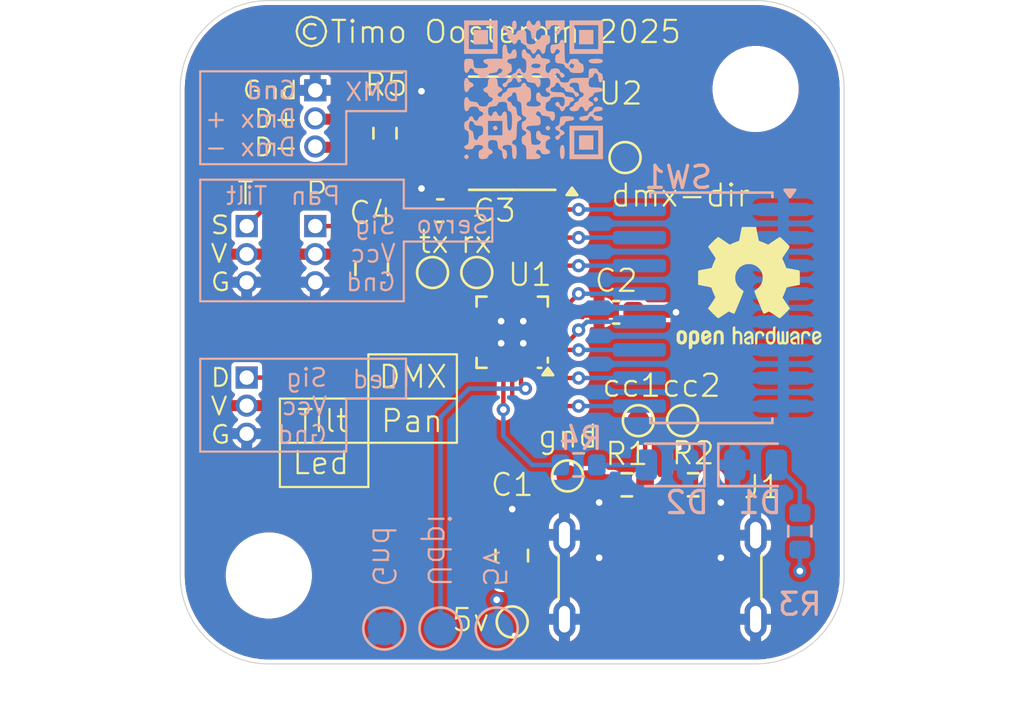
<source format=kicad_pcb>
(kicad_pcb (version 20240108) (generator "pcbnew") (generator_version "8.0")
  (layers (0 "F.Cu" signal) (31 "B.Cu" signal) (34 "B.Paste" user) (35 "F.Paste" user) (36 "B.SilkS" user "B.Silkscreen") (37 "F.SilkS" user "F.Silkscreen") (38 "B.Mask" user) (39 "F.Mask" user) (44 "Edge.Cuts" user))
  (net 0 "")
  (net 1 "DMX_TX")
  (net 2 "DMX_DIR")
  (net 3 "Net-(D1-A)")
  (net 4 "Udpi")
  (net 5 "Addr_0")
  (net 6 "GND")
  (net 7 "+5V")
  (net 8 "Net-(J1-CC2)")
  (net 9 "Net-(J1-CC1)")
  (net 10 "Addr_5")
  (net 11 "Addr_4")
  (net 12 "Addr_6")
  (net 13 "Addr_2")
  (net 14 "Addr_3")
  (net 15 "Addr_7")
  (net 16 "Addr_1")
  (net 17 "Led_Stat")
  (net 18 "DMX+")
  (net 19 "DMX-")
  (net 20 "DMX_RX")
  (net 21 "Net-(D2-A)")
  (net 22 "Pwm_tilt")
  (net 23 "Pwm_pan")
  (net 24 "RGB_led")
  (footprint "Package_DFN_QFN:VQFN-20-1EP_3x3mm_P0.4mm_EP1.7x1.7mm" (layer "F.Cu") (at 115 65 180)
    (property "Reference" "U1" (at -0.8 2.6 0) (layer "F.SilkS") (effects (font (thickness 0.1))))
    (property "Value" "ATtiny1616-M")
    (pad "1" smd custom (at -1.45 -0.8 180) (size 0.143431 0.143431) (layers "F.Cu" "F.Paste" "F.Mask") (net 13 "Addr_2") (options (clearance outline) (anchor circle)) (primitives (gr_poly (pts (xy -0.35 -0.05) (xy 0.299289 -0.05) (xy 0.35 0.000711) (xy 0.35 0.05) (xy -0.35 0.05)) (width 0.1) (fill yes))))
    (pad "2" smd roundrect (at -1.45 -0.4 180) (size 0.8 0.2) (layers "F.Cu" "F.Paste" "F.Mask") (net 14 "Addr_3"))
    (pad "3" smd roundrect (at -1.45 0 180) (size 0.8 0.2) (layers "F.Cu" "F.Paste" "F.Mask") (net 6 "GND"))
    (pad "4" smd roundrect (at -1.45 0.4 180) (size 0.8 0.2) (layers "F.Cu" "F.Paste" "F.Mask") (net 7 "+5V"))
    (pad "5" smd custom (at -1.45 0.8 180) (size 0.143431 0.143431) (layers "F.Cu" "F.Paste" "F.Mask") (net 11 "Addr_4") (options (clearance outline) (anchor circle)) (primitives (gr_poly (pts (xy -0.35 -0.05) (xy 0.35 -0.05) (xy 0.35 -0.000711) (xy 0.299289 0.05) (xy -0.35 0.05)) (width 0.1) (fill yes))))
    (pad "6" smd custom (at -0.8 1.45 180) (size 0.143431 0.143431) (layers "F.Cu" "F.Paste" "F.Mask") (net 10 "Addr_5") (options (clearance outline) (anchor circle)) (primitives (gr_poly (pts (xy -0.05 -0.299289) (xy 0.000711 -0.35) (xy 0.05 -0.35) (xy 0.05 0.35) (xy -0.05 0.35)) (width 0.1) (fill yes))))
    (pad "7" smd roundrect (at -0.4 1.45 180) (size 0.2 0.8) (layers "F.Cu" "F.Paste" "F.Mask") (net 12 "Addr_6"))
    (pad "8" smd roundrect (at 0 1.45 180) (size 0.2 0.8) (layers "F.Cu" "F.Paste" "F.Mask") (net 15 "Addr_7"))
    (pad "9" smd roundrect (at 0.4 1.45 180) (size 0.2 0.8) (layers "F.Cu" "F.Paste" "F.Mask") (net 6 "GND"))
    (pad "10" smd custom (at 0.8 1.45 180) (size 0.143431 0.143431) (layers "F.Cu" "F.Paste" "F.Mask") (net 2 "DMX_DIR") (options (clearance outline) (anchor circle)) (primitives (gr_poly (pts (xy -0.05 -0.35) (xy -0.000711 -0.35) (xy 0.05 -0.299289) (xy 0.05 0.35) (xy -0.05 0.35)) (width 0.1) (fill yes))))
    (pad "11" smd custom (at 1.45 0.8 180) (size 0.143431 0.143431) (layers "F.Cu" "F.Paste" "F.Mask") (net 20 "DMX_RX") (options (clearance outline) (anchor circle)) (primitives (gr_poly (pts (xy -0.35 -0.05) (xy 0.35 -0.05) (xy 0.35 0.05) (xy -0.299289 0.05) (xy -0.35 -0.000711)) (width 0.1) (fill yes))))
    (pad "12" smd roundrect (at 1.45 0.4 180) (size 0.8 0.2) (layers "F.Cu" "F.Paste" "F.Mask") (net 1 "DMX_TX"))
    (pad "13" smd roundrect (at 1.45 0 180) (size 0.8 0.2) (layers "F.Cu" "F.Paste" "F.Mask") (net 22 "Pwm_tilt"))
    (pad "14" smd roundrect (at 1.45 -0.4 180) (size 0.8 0.2) (layers "F.Cu" "F.Paste" "F.Mask") (net 23 "Pwm_pan"))
    (pad "15" smd custom (at 1.45 -0.8 180) (size 0.143431 0.143431) (layers "F.Cu" "F.Paste" "F.Mask") (net 24 "RGB_led") (options (clearance outline) (anchor circle)) (primitives (gr_poly (pts (xy -0.35 0.000711) (xy -0.299289 -0.05) (xy 0.35 -0.05) (xy 0.35 0.05) (xy -0.35 0.05)) (width 0.1) (fill yes))))
    (pad "16" smd custom (at 0.8 -1.45 180) (size 0.143431 0.143431) (layers "F.Cu" "F.Paste" "F.Mask") (net 6 "GND") (options (clearance outline) (anchor circle)) (primitives (gr_poly (pts (xy -0.05 -0.35) (xy 0.05 -0.35) (xy 0.05 0.299289) (xy -0.000711 0.35) (xy -0.05 0.35)) (width 0.1) (fill yes))))
    (pad "17" smd roundrect (at 0.4 -1.45 180) (size 0.2 0.8) (layers "F.Cu" "F.Paste" "F.Mask") (net 17 "Led_Stat"))
    (pad "18" smd roundrect (at 0 -1.45 180) (size 0.2 0.8) (layers "F.Cu" "F.Paste" "F.Mask") (net 5 "Addr_0"))
    (pad "19" smd roundrect (at -0.4 -1.45 180) (size 0.2 0.8) (layers "F.Cu" "F.Paste" "F.Mask") (net 4 "Udpi"))
    (pad "20" smd custom (at -0.8 -1.45 180) (size 0.143431 0.143431) (layers "F.Cu" "F.Paste" "F.Mask") (net 16 "Addr_1") (options (clearance outline) (anchor circle)) (primitives (gr_poly (pts (xy -0.05 -0.35) (xy 0.05 -0.35) (xy 0.05 0.35) (xy 0.000711 0.35) (xy -0.05 0.299289)) (width 0.1) (fill yes))))
    (pad "21" smd rect (at 0 0 180) (size 1.7 1.7) (property pad_prop_heatsink) (layers "F.Cu" "F.Mask") (net 6 "GND"))
  )
  (footprint "TestPoint:TestPoint_Pad_D1.0mm" (layer "F.Cu") (at 122.7 69)
    (property "Reference" "TP4" (hide yes))
    (property "Value" "TestPoint")
    (pad "1" smd circle (at 0 0) (size 1 1) (layers "F.Cu" "F.Mask") (net 8 "Net-(J1-CC2)"))
  )
  (footprint "Resistor_SMD:R_0603_1608Metric" (layer "F.Cu") (at 123.18 71.9)
    (property "Reference" "R2" (at 0 -1.43 0) (layer "F.SilkS") (effects (font (thickness 0.1))))
    (property "Value" "5K1")
    (pad "1" smd roundrect (at -0.825 0) (size 0.8 0.95) (layers "F.Cu" "F.Paste" "F.Mask") (net 8 "Net-(J1-CC2)"))
    (pad "2" smd roundrect (at 0.825 0) (size 0.8 0.95) (layers "F.Cu" "F.Paste" "F.Mask") (net 6 "GND"))
  )
  (footprint "TestPoint:TestPoint_Pad_D1.0mm" (layer "F.Cu") (at 115 78.1)
    (property "Reference" "TP1" (hide yes))
    (property "Value" "TestPoint")
    (pad "1" smd circle (at 0 0) (size 1 1) (layers "F.Cu" "F.Mask") (net 7 "+5V"))
  )
  (footprint "Capacitor_SMD:C_0805_2012Metric" (layer "F.Cu") (at 114.98 75.1 90)
    (property "Reference" "C1" (at 3.2 0.02 180) (layer "F.SilkS") (effects (font (thickness 0.1))))
    (property "Value" "100u")
    (pad "1" smd roundrect (at -0.95 0 90) (size 1 1.45) (layers "F.Cu" "F.Paste" "F.Mask") (net 7 "+5V"))
    (pad "2" smd roundrect (at 0.95 0 90) (size 1 1.45) (layers "F.Cu" "F.Paste" "F.Mask") (net 6 "GND"))
  )
  (footprint "Resistor_SMD:R_0603_1608Metric" (layer "F.Cu") (at 109.25 56 -90)
    (property "Reference" "R5" (at -2.2 -0.05 180) (layer "F.SilkS") (effects (font (thickness 0.1))))
    (property "Value" "120")
    (pad "1" smd roundrect (at -0.825 0 270) (size 0.8 0.95) (layers "F.Cu" "F.Paste" "F.Mask") (net 18 "DMX+"))
    (pad "2" smd roundrect (at 0.825 0 270) (size 0.8 0.95) (layers "F.Cu" "F.Paste" "F.Mask") (net 19 "DMX-"))
  )
  (footprint "TestPoint:TestPoint_Pad_D1.0mm" (layer "F.Cu") (at 111.4 62.3)
    (property "Reference" "TP7" (hide yes))
    (property "Value" "TestPoint")
    (pad "1" smd circle (at 0 0) (size 1 1) (layers "F.Cu" "F.Mask") (net 1 "DMX_TX"))
  )
  (footprint "Capacitor_SMD:C_0603_1608Metric" (layer "F.Cu") (at 119.7 64.1)
    (property "Reference" "C2" (at 0 -1.43 0) (layer "F.SilkS") (effects (font (thickness 0.1))))
    (property "Value" "1u")
    (pad "1" smd roundrect (at -0.775 0) (size 0.9 0.95) (layers "F.Cu" "F.Paste" "F.Mask") (net 7 "+5V"))
    (pad "2" smd roundrect (at 0.775 0) (size 0.9 0.95) (layers "F.Cu" "F.Paste" "F.Mask") (net 6 "GND"))
  )
  (footprint "Connector_PinHeader_1.27mm:PinHeader_1x03_P1.27mm_Vertical" (layer "F.Cu") (at 102.999999 67.05)
    (property "Reference" "J5" (hide yes))
    (property "Value" "Led")
    (pad "1" thru_hole rect (at 0 0) (size 1 1) (drill 0.65) (layers "*.Cu" "*.Mask" "In1.Cu" "In2.Cu" "In3.Cu" "In4.Cu" "In5.Cu" "In6.Cu" "In7.Cu" "In8.Cu" "In9.Cu" "In10.Cu" "In11.Cu" "In12.Cu" "In13.Cu" "In14.Cu" "In15.Cu" "In16.Cu" "In17.Cu" "In18.Cu" "In19.Cu" "In20.Cu" "In21.Cu" "In22.Cu" "In23.Cu" "In24.Cu" "In25.Cu" "In26.Cu" "In27.Cu" "In28.Cu" "In29.Cu" "In30.Cu") (net 24 "RGB_led"))
    (pad "2" thru_hole oval (at 0 1.27) (size 1 1) (drill 0.65) (layers "*.Cu" "*.Mask" "In1.Cu" "In2.Cu" "In3.Cu" "In4.Cu" "In5.Cu" "In6.Cu" "In7.Cu" "In8.Cu" "In9.Cu" "In10.Cu" "In11.Cu" "In12.Cu" "In13.Cu" "In14.Cu" "In15.Cu" "In16.Cu" "In17.Cu" "In18.Cu" "In19.Cu" "In20.Cu" "In21.Cu" "In22.Cu" "In23.Cu" "In24.Cu" "In25.Cu" "In26.Cu" "In27.Cu" "In28.Cu" "In29.Cu" "In30.Cu") (net 7 "+5V"))
    (pad "3" thru_hole oval (at 0 2.54) (size 1 1) (drill 0.65) (layers "*.Cu" "*.Mask" "In1.Cu" "In2.Cu" "In3.Cu" "In4.Cu" "In5.Cu" "In6.Cu" "In7.Cu" "In8.Cu" "In9.Cu" "In10.Cu" "In11.Cu" "In12.Cu" "In13.Cu" "In14.Cu" "In15.Cu" "In16.Cu" "In17.Cu" "In18.Cu" "In19.Cu" "In20.Cu" "In21.Cu" "In22.Cu" "In23.Cu" "In24.Cu" "In25.Cu" "In26.Cu" "In27.Cu" "In28.Cu" "In29.Cu" "In30.Cu") (net 6 "GND"))
  )
  (footprint "MountingHole:MountingHole_3.5mm" (layer "F.Cu") (at 126 54)
    (property "Reference" "H2" (hide yes))
    (property "Value" "MountingHole")
    (pad "" np_thru_hole circle (at 0 0) (size 3.5 3.5) (drill 3.5) (layers "*.Cu" "*.Mask" "In1.Cu" "In2.Cu" "In3.Cu" "In4.Cu" "In5.Cu" "In6.Cu" "In7.Cu" "In8.Cu" "In9.Cu" "In10.Cu" "In11.Cu" "In12.Cu" "In13.Cu" "In14.Cu" "In15.Cu" "In16.Cu" "In17.Cu" "In18.Cu" "In19.Cu" "In20.Cu" "In21.Cu" "In22.Cu" "In23.Cu" "In24.Cu" "In25.Cu" "In26.Cu" "In27.Cu" "In28.Cu" "In29.Cu" "In30.Cu"))
  )
  (footprint "Symbol:OSHW-Logo2_7.3x6mm_SilkScreen" (layer "F.Cu") (at 125.7 63)
    (property "Reference" "SYM1" (hide yes))
    (property "Value" "Logo_Open_Hardware_Small" (hide yes))
  )
  (footprint "Connector_USB:USB_C_Receptacle_HRO_TYPE-C-31-M-17" (layer "F.Cu") (at 121.68 77.18)
    (property "Reference" "J1" (at 4.62 -5.18 0) (layer "F.SilkS") (effects (font (thickness 0.1))))
    (property "Value" "USB_C_Receptacle_6P")
    (pad "A5" smd roundrect (at -0.5 -3.18) (size 0.7 1.6) (layers "F.Cu" "F.Paste" "F.Mask") (net 9 "Net-(J1-CC1)"))
    (pad "A9" smd roundrect (at 1.52 -3.18) (size 0.8 1.6) (layers "F.Cu" "F.Paste" "F.Mask") (net 7 "+5V"))
    (pad "A12" smd roundrect (at 2.75 -3.18) (size 0.9 1.6) (layers "F.Cu" "F.Paste" "F.Mask") (net 6 "GND"))
    (pad "B5" smd roundrect (at 0.5 -3.18) (size 0.7 1.6) (layers "F.Cu" "F.Paste" "F.Mask") (net 8 "Net-(J1-CC2)"))
    (pad "B9" smd roundrect (at -1.52 -3.18) (size 0.8 1.6) (layers "F.Cu" "F.Paste" "F.Mask") (net 7 "+5V"))
    (pad "B12" smd roundrect (at -2.75 -3.18) (size 0.9 1.6) (layers "F.Cu" "F.Paste" "F.Mask") (net 6 "GND"))
    (pad "S1" thru_hole oval (at -4.32 -3) (size 1 1.7) (drill oval 0.5 1.2) (property pad_prop_heatsink) (layers "*.Cu" "*.Mask" "In1.Cu" "In2.Cu" "In3.Cu" "In4.Cu" "In5.Cu" "In6.Cu" "In7.Cu" "In8.Cu" "In9.Cu" "In10.Cu" "In11.Cu" "In12.Cu" "In13.Cu" "In14.Cu" "In15.Cu" "In16.Cu" "In17.Cu" "In18.Cu" "In19.Cu" "In20.Cu" "In21.Cu" "In22.Cu" "In23.Cu" "In24.Cu" "In25.Cu" "In26.Cu" "In27.Cu" "In28.Cu" "In29.Cu" "In30.Cu") (net 6 "GND"))
    (pad "S1" thru_hole oval (at -4.32 0.8) (size 1 1.7) (drill oval 0.5 1.2) (property pad_prop_heatsink) (layers "*.Cu" "*.Mask" "In1.Cu" "In2.Cu" "In3.Cu" "In4.Cu" "In5.Cu" "In6.Cu" "In7.Cu" "In8.Cu" "In9.Cu" "In10.Cu" "In11.Cu" "In12.Cu" "In13.Cu" "In14.Cu" "In15.Cu" "In16.Cu" "In17.Cu" "In18.Cu" "In19.Cu" "In20.Cu" "In21.Cu" "In22.Cu" "In23.Cu" "In24.Cu" "In25.Cu" "In26.Cu" "In27.Cu" "In28.Cu" "In29.Cu" "In30.Cu") (net 6 "GND"))
    (pad "S1" thru_hole oval (at 4.32 -3) (size 1 1.7) (drill oval 0.5 1.2) (property pad_prop_heatsink) (layers "*.Cu" "*.Mask" "In1.Cu" "In2.Cu" "In3.Cu" "In4.Cu" "In5.Cu" "In6.Cu" "In7.Cu" "In8.Cu" "In9.Cu" "In10.Cu" "In11.Cu" "In12.Cu" "In13.Cu" "In14.Cu" "In15.Cu" "In16.Cu" "In17.Cu" "In18.Cu" "In19.Cu" "In20.Cu" "In21.Cu" "In22.Cu" "In23.Cu" "In24.Cu" "In25.Cu" "In26.Cu" "In27.Cu" "In28.Cu" "In29.Cu" "In30.Cu") (net 6 "GND"))
    (pad "S1" thru_hole oval (at 4.32 0.8) (size 1 1.7) (drill oval 0.5 1.2) (property pad_prop_heatsink) (layers "*.Cu" "*.Mask" "In1.Cu" "In2.Cu" "In3.Cu" "In4.Cu" "In5.Cu" "In6.Cu" "In7.Cu" "In8.Cu" "In9.Cu" "In10.Cu" "In11.Cu" "In12.Cu" "In13.Cu" "In14.Cu" "In15.Cu" "In16.Cu" "In17.Cu" "In18.Cu" "In19.Cu" "In20.Cu" "In21.Cu" "In22.Cu" "In23.Cu" "In24.Cu" "In25.Cu" "In26.Cu" "In27.Cu" "In28.Cu" "In29.Cu" "In30.Cu") (net 6 "GND"))
  )
  (footprint "Connector_PinHeader_1.27mm:PinHeader_1x03_P1.27mm_Vertical" (layer "F.Cu") (at 106.1 60.2)
    (property "Reference" "J3" (hide yes))
    (property "Value" "S_Pan")
    (pad "1" thru_hole rect (at 0 0) (size 1 1) (drill 0.65) (layers "*.Cu" "*.Mask" "In1.Cu" "In2.Cu" "In3.Cu" "In4.Cu" "In5.Cu" "In6.Cu" "In7.Cu" "In8.Cu" "In9.Cu" "In10.Cu" "In11.Cu" "In12.Cu" "In13.Cu" "In14.Cu" "In15.Cu" "In16.Cu" "In17.Cu" "In18.Cu" "In19.Cu" "In20.Cu" "In21.Cu" "In22.Cu" "In23.Cu" "In24.Cu" "In25.Cu" "In26.Cu" "In27.Cu" "In28.Cu" "In29.Cu" "In30.Cu") (net 23 "Pwm_pan"))
    (pad "2" thru_hole oval (at 0 1.27) (size 1 1) (drill 0.65) (layers "*.Cu" "*.Mask" "In1.Cu" "In2.Cu" "In3.Cu" "In4.Cu" "In5.Cu" "In6.Cu" "In7.Cu" "In8.Cu" "In9.Cu" "In10.Cu" "In11.Cu" "In12.Cu" "In13.Cu" "In14.Cu" "In15.Cu" "In16.Cu" "In17.Cu" "In18.Cu" "In19.Cu" "In20.Cu" "In21.Cu" "In22.Cu" "In23.Cu" "In24.Cu" "In25.Cu" "In26.Cu" "In27.Cu" "In28.Cu" "In29.Cu" "In30.Cu") (net 7 "+5V"))
    (pad "3" thru_hole oval (at 0 2.54) (size 1 1) (drill 0.65) (layers "*.Cu" "*.Mask" "In1.Cu" "In2.Cu" "In3.Cu" "In4.Cu" "In5.Cu" "In6.Cu" "In7.Cu" "In8.Cu" "In9.Cu" "In10.Cu" "In11.Cu" "In12.Cu" "In13.Cu" "In14.Cu" "In15.Cu" "In16.Cu" "In17.Cu" "In18.Cu" "In19.Cu" "In20.Cu" "In21.Cu" "In22.Cu" "In23.Cu" "In24.Cu" "In25.Cu" "In26.Cu" "In27.Cu" "In28.Cu" "In29.Cu" "In30.Cu") (net 6 "GND"))
  )
  (footprint "Capacitor_SMD:C_0805_2012Metric" (layer "F.Cu") (at 108.65 62.15 -90)
    (property "Reference" "C4" (at -2.55 0.05 180) (layer "F.SilkS") (effects (font (thickness 0.1))))
    (property "Value" "100u")
    (pad "1" smd roundrect (at -0.95 0 270) (size 1 1.45) (layers "F.Cu" "F.Paste" "F.Mask") (net 7 "+5V"))
    (pad "2" smd roundrect (at 0.95 0 270) (size 1 1.45) (layers "F.Cu" "F.Paste" "F.Mask") (net 6 "GND"))
  )
  (footprint "Connector_PinHeader_1.27mm:PinHeader_1x03_P1.27mm_Vertical" (layer "F.Cu") (at 103 60.2)
    (property "Reference" "J4" (hide yes))
    (property "Value" "S_Tilt")
    (pad "1" thru_hole rect (at 0 0) (size 1 1) (drill 0.65) (layers "*.Cu" "*.Mask" "In1.Cu" "In2.Cu" "In3.Cu" "In4.Cu" "In5.Cu" "In6.Cu" "In7.Cu" "In8.Cu" "In9.Cu" "In10.Cu" "In11.Cu" "In12.Cu" "In13.Cu" "In14.Cu" "In15.Cu" "In16.Cu" "In17.Cu" "In18.Cu" "In19.Cu" "In20.Cu" "In21.Cu" "In22.Cu" "In23.Cu" "In24.Cu" "In25.Cu" "In26.Cu" "In27.Cu" "In28.Cu" "In29.Cu" "In30.Cu") (net 22 "Pwm_tilt"))
    (pad "2" thru_hole oval (at 0 1.27) (size 1 1) (drill 0.65) (layers "*.Cu" "*.Mask" "In1.Cu" "In2.Cu" "In3.Cu" "In4.Cu" "In5.Cu" "In6.Cu" "In7.Cu" "In8.Cu" "In9.Cu" "In10.Cu" "In11.Cu" "In12.Cu" "In13.Cu" "In14.Cu" "In15.Cu" "In16.Cu" "In17.Cu" "In18.Cu" "In19.Cu" "In20.Cu" "In21.Cu" "In22.Cu" "In23.Cu" "In24.Cu" "In25.Cu" "In26.Cu" "In27.Cu" "In28.Cu" "In29.Cu" "In30.Cu") (net 7 "+5V"))
    (pad "3" thru_hole oval (at 0 2.54) (size 1 1) (drill 0.65) (layers "*.Cu" "*.Mask" "In1.Cu" "In2.Cu" "In3.Cu" "In4.Cu" "In5.Cu" "In6.Cu" "In7.Cu" "In8.Cu" "In9.Cu" "In10.Cu" "In11.Cu" "In12.Cu" "In13.Cu" "In14.Cu" "In15.Cu" "In16.Cu" "In17.Cu" "In18.Cu" "In19.Cu" "In20.Cu" "In21.Cu" "In22.Cu" "In23.Cu" "In24.Cu" "In25.Cu" "In26.Cu" "In27.Cu" "In28.Cu" "In29.Cu" "In30.Cu") (net 6 "GND"))
  )
  (footprint "TestPoint:TestPoint_Pad_D1.0mm" (layer "F.Cu") (at 120.7 69)
    (property "Reference" "TP3" (hide yes))
    (property "Value" "TestPoint")
    (pad "1" smd circle (at 0 0) (size 1 1) (layers "F.Cu" "F.Mask") (net 9 "Net-(J1-CC1)"))
  )
  (footprint "Capacitor_SMD:C_0603_1608Metric" (layer "F.Cu") (at 111.75 59.5 180)
    (property "Reference" "C3" (at -2.45 0 0) (layer "F.SilkS") (effects (font (thickness 0.1))))
    (property "Value" "1u")
    (pad "1" smd roundrect (at -0.775 0 180) (size 0.9 0.95) (layers "F.Cu" "F.Paste" "F.Mask") (net 7 "+5V"))
    (pad "2" smd roundrect (at 0.775 0 180) (size 0.9 0.95) (layers "F.Cu" "F.Paste" "F.Mask") (net 6 "GND"))
  )
  (footprint "TestPoint:TestPoint_Pad_D1.0mm" (layer "F.Cu") (at 117.5 71.5)
    (property "Reference" "TP2" (hide yes))
    (property "Value" "TestPoint")
    (pad "1" smd circle (at 0 0) (size 1 1) (layers "F.Cu" "F.Mask") (net 6 "GND"))
  )
  (footprint "TestPoint:TestPoint_Pad_D1.0mm" (layer "F.Cu") (at 120.1 57.1)
    (property "Reference" "TP8" (hide yes))
    (property "Value" "TestPoint")
    (pad "1" smd circle (at 0 0) (size 1 1) (layers "F.Cu" "F.Mask") (net 2 "DMX_DIR"))
  )
  (footprint "MountingHole:MountingHole_3.5mm" (layer "F.Cu") (at 104 76)
    (property "Reference" "H1" (hide yes))
    (property "Value" "MountingHole")
    (pad "" np_thru_hole circle (at 0 0) (size 3.5 3.5) (drill 3.5) (layers "*.Cu" "*.Mask" "In1.Cu" "In2.Cu" "In3.Cu" "In4.Cu" "In5.Cu" "In6.Cu" "In7.Cu" "In8.Cu" "In9.Cu" "In10.Cu" "In11.Cu" "In12.Cu" "In13.Cu" "In14.Cu" "In15.Cu" "In16.Cu" "In17.Cu" "In18.Cu" "In19.Cu" "In20.Cu" "In21.Cu" "In22.Cu" "In23.Cu" "In24.Cu" "In25.Cu" "In26.Cu" "In27.Cu" "In28.Cu" "In29.Cu" "In30.Cu"))
  )
  (footprint "TestPoint:TestPoint_Pad_D1.0mm" (layer "F.Cu") (at 113.4 62.3)
    (property "Reference" "TP6" (hide yes))
    (property "Value" "TestPoint")
    (pad "1" smd circle (at 0 0) (size 1 1) (layers "F.Cu" "F.Mask") (net 20 "DMX_RX"))
  )
  (footprint "Resistor_SMD:R_0603_1608Metric" (layer "F.Cu") (at 120.18 71.9 180)
    (property "Reference" "R1" (at 0 1.4 0) (layer "F.SilkS") (effects (font (thickness 0.1))))
    (property "Value" "5K1")
    (pad "1" smd roundrect (at -0.825 0 180) (size 0.8 0.95) (layers "F.Cu" "F.Paste" "F.Mask") (net 9 "Net-(J1-CC1)"))
    (pad "2" smd roundrect (at 0.825 0 180) (size 0.8 0.95) (layers "F.Cu" "F.Paste" "F.Mask") (net 6 "GND"))
  )
  (footprint "Package_SO:SOIC-8_3.9x4.9mm_P1.27mm" (layer "F.Cu") (at 115 56 180)
    (property "Reference" "U2" (at -4.9 1.8 0) (layer "F.SilkS") (effects (font (thickness 0.1))))
    (property "Value" "MAX485E")
    (pad "1" smd roundrect (at -2.475 -1.905 180) (size 1.95 0.6) (layers "F.Cu" "F.Paste" "F.Mask") (net 20 "DMX_RX"))
    (pad "2" smd roundrect (at -2.475 -0.635 180) (size 1.95 0.6) (layers "F.Cu" "F.Paste" "F.Mask") (net 2 "DMX_DIR"))
    (pad "3" smd roundrect (at -2.475 0.635 180) (size 1.95 0.6) (layers "F.Cu" "F.Paste" "F.Mask") (net 2 "DMX_DIR"))
    (pad "4" smd roundrect (at -2.475 1.905 180) (size 1.95 0.6) (layers "F.Cu" "F.Paste" "F.Mask") (net 1 "DMX_TX"))
    (pad "5" smd roundrect (at 2.475 1.905 180) (size 1.95 0.6) (layers "F.Cu" "F.Paste" "F.Mask") (net 6 "GND"))
    (pad "6" smd roundrect (at 2.475 0.635 180) (size 1.95 0.6) (layers "F.Cu" "F.Paste" "F.Mask") (net 18 "DMX+"))
    (pad "7" smd roundrect (at 2.475 -0.635 180) (size 1.95 0.6) (layers "F.Cu" "F.Paste" "F.Mask") (net 19 "DMX-"))
    (pad "8" smd roundrect (at 2.475 -1.905 180) (size 1.95 0.6) (layers "F.Cu" "F.Paste" "F.Mask") (net 7 "+5V"))
  )
  (footprint "Connector_PinHeader_1.27mm:PinHeader_1x03_P1.27mm_Vertical" (layer "F.Cu") (at 106.1 54.06)
    (property "Reference" "J2" (hide yes))
    (property "Value" "DMX")
    (pad "1" thru_hole rect (at 0 0) (size 1 1) (drill 0.65) (layers "*.Cu" "*.Mask" "In1.Cu" "In2.Cu" "In3.Cu" "In4.Cu" "In5.Cu" "In6.Cu" "In7.Cu" "In8.Cu" "In9.Cu" "In10.Cu" "In11.Cu" "In12.Cu" "In13.Cu" "In14.Cu" "In15.Cu" "In16.Cu" "In17.Cu" "In18.Cu" "In19.Cu" "In20.Cu" "In21.Cu" "In22.Cu" "In23.Cu" "In24.Cu" "In25.Cu" "In26.Cu" "In27.Cu" "In28.Cu" "In29.Cu" "In30.Cu") (net 6 "GND"))
    (pad "2" thru_hole oval (at 0 1.27) (size 1 1) (drill 0.65) (layers "*.Cu" "*.Mask" "In1.Cu" "In2.Cu" "In3.Cu" "In4.Cu" "In5.Cu" "In6.Cu" "In7.Cu" "In8.Cu" "In9.Cu" "In10.Cu" "In11.Cu" "In12.Cu" "In13.Cu" "In14.Cu" "In15.Cu" "In16.Cu" "In17.Cu" "In18.Cu" "In19.Cu" "In20.Cu" "In21.Cu" "In22.Cu" "In23.Cu" "In24.Cu" "In25.Cu" "In26.Cu" "In27.Cu" "In28.Cu" "In29.Cu" "In30.Cu") (net 18 "DMX+"))
    (pad "3" thru_hole oval (at 0 2.54) (size 1 1) (drill 0.65) (layers "*.Cu" "*.Mask" "In1.Cu" "In2.Cu" "In3.Cu" "In4.Cu" "In5.Cu" "In6.Cu" "In7.Cu" "In8.Cu" "In9.Cu" "In10.Cu" "In11.Cu" "In12.Cu" "In13.Cu" "In14.Cu" "In15.Cu" "In16.Cu" "In17.Cu" "In18.Cu" "In19.Cu" "In20.Cu" "In21.Cu" "In22.Cu" "In23.Cu" "In24.Cu" "In25.Cu" "In26.Cu" "In27.Cu" "In28.Cu" "In29.Cu" "In30.Cu") (net 19 "DMX-"))
  )
  (footprint "LED_SMD:LED_0805_2012Metric" (layer "B.Cu") (at 126 71)
    (property "Reference" "D1" (at 0.2 1.7 180) (layer "B.SilkS") (effects (justify mirror)))
    (property "Value" "PWR")
    (pad "1" smd roundrect (at -0.9375 0) (size 0.975 1.4) (layers "B.Cu" "B.Paste" "B.Mask") (net 6 "GND"))
    (pad "2" smd roundrect (at 0.9375 0) (size 0.975 1.4) (layers "B.Cu" "B.Paste" "B.Mask") (net 3 "Net-(D1-A)"))
  )
  (footprint "Package_SO:SOIC-16W_5.3x10.2mm_P1.27mm" (layer "B.Cu") (at 124 63.895 180)
    (property "Reference" "SW1" (at 1.5 5.9 0) (layer "B.SilkS") (effects (justify mirror)))
    (property "Value" "SW_DIP_x08")
    (pad "1" smd roundrect (at -3.25 4.445 180) (size 2.4 0.6) (layers "B.Cu" "B.Paste" "B.Mask") (net 6 "GND"))
    (pad "2" smd roundrect (at -3.25 3.175 180) (size 2.4 0.6) (layers "B.Cu" "B.Paste" "B.Mask") (net 6 "GND"))
    (pad "3" smd roundrect (at -3.25 1.905 180) (size 2.4 0.6) (layers "B.Cu" "B.Paste" "B.Mask") (net 6 "GND"))
    (pad "4" smd roundrect (at -3.25 0.635 180) (size 2.4 0.6) (layers "B.Cu" "B.Paste" "B.Mask") (net 6 "GND"))
    (pad "5" smd roundrect (at -3.25 -0.635 180) (size 2.4 0.6) (layers "B.Cu" "B.Paste" "B.Mask") (net 6 "GND"))
    (pad "6" smd roundrect (at -3.25 -1.905 180) (size 2.4 0.6) (layers "B.Cu" "B.Paste" "B.Mask") (net 6 "GND"))
    (pad "7" smd roundrect (at -3.25 -3.175 180) (size 2.4 0.6) (layers "B.Cu" "B.Paste" "B.Mask") (net 6 "GND"))
    (pad "8" smd roundrect (at -3.25 -4.445 180) (size 2.4 0.6) (layers "B.Cu" "B.Paste" "B.Mask") (net 6 "GND"))
    (pad "9" smd roundrect (at 3.25 -4.445 180) (size 2.4 0.6) (layers "B.Cu" "B.Paste" "B.Mask") (net 5 "Addr_0"))
    (pad "10" smd roundrect (at 3.25 -3.175 180) (size 2.4 0.6) (layers "B.Cu" "B.Paste" "B.Mask") (net 16 "Addr_1"))
    (pad "11" smd roundrect (at 3.25 -1.905 180) (size 2.4 0.6) (layers "B.Cu" "B.Paste" "B.Mask") (net 13 "Addr_2"))
    (pad "12" smd roundrect (at 3.25 -0.635 180) (size 2.4 0.6) (layers "B.Cu" "B.Paste" "B.Mask") (net 14 "Addr_3"))
    (pad "13" smd roundrect (at 3.25 0.635 180) (size 2.4 0.6) (layers "B.Cu" "B.Paste" "B.Mask") (net 11 "Addr_4"))
    (pad "14" smd roundrect (at 3.25 1.905 180) (size 2.4 0.6) (layers "B.Cu" "B.Paste" "B.Mask") (net 10 "Addr_5"))
    (pad "15" smd roundrect (at 3.25 3.175 180) (size 2.4 0.6) (layers "B.Cu" "B.Paste" "B.Mask") (net 12 "Addr_6"))
    (pad "16" smd roundrect (at 3.25 4.445 180) (size 2.4 0.6) (layers "B.Cu" "B.Paste" "B.Mask") (net 15 "Addr_7"))
  )
  (footprint "TestPoint:TestPoint_Pad_D1.5mm" (layer "B.Cu") (at 111.76 78.4 180)
    (property "Reference" "TP9" (hide yes))
    (property "Value" "TestPoint")
    (pad "1" smd circle (at 0 0 180) (size 1.5 1.5) (layers "B.Cu" "B.Mask") (net 4 "Udpi"))
  )
  (footprint "LED_SMD:LED_0805_2012Metric" (layer "B.Cu") (at 122 71 180)
    (property "Reference" "D2" (at -0.9 -1.7 0) (layer "B.SilkS") (effects (justify mirror)))
    (property "Value" "Stat")
    (pad "1" smd roundrect (at -0.9375 0 180) (size 0.975 1.4) (layers "B.Cu" "B.Paste" "B.Mask") (net 6 "GND"))
    (pad "2" smd roundrect (at 0.9375 0 180) (size 0.975 1.4) (layers "B.Cu" "B.Paste" "B.Mask") (net 21 "Net-(D2-A)"))
  )
  (footprint "LOGO" (layer "B.Cu") (at 116 54 180)
    (property "Reference" "G***" (hide yes))
    (property "Value" "LOGO" (hide yes))
  )
  (footprint "Resistor_SMD:R_0603_1608Metric" (layer "B.Cu") (at 128 74 90)
    (property "Reference" "R3" (at -3.3 0 0) (layer "B.SilkS") (effects (justify mirror)))
    (property "Value" "200")
    (pad "1" smd roundrect (at -0.825 0 90) (size 0.8 0.95) (layers "B.Cu" "B.Paste" "B.Mask") (net 7 "+5V"))
    (pad "2" smd roundrect (at 0.825 0 90) (size 0.8 0.95) (layers "B.Cu" "B.Paste" "B.Mask") (net 3 "Net-(D1-A)"))
  )
  (footprint "TestPoint:TestPoint_Pad_D1.5mm" (layer "B.Cu") (at 114.3 78.4 180)
    (property "Reference" "TP5" (hide yes))
    (property "Value" "TestPoint")
    (pad "1" smd circle (at 0 0 180) (size 1.5 1.5) (layers "B.Cu" "B.Mask") (net 7 "+5V"))
  )
  (footprint "Resistor_SMD:R_0603_1608Metric" (layer "B.Cu") (at 118 71)
    (property "Reference" "R4" (at 0.1 -1.2 0) (layer "B.SilkS") (effects (justify mirror)))
    (property "Value" "150")
    (pad "1" smd roundrect (at -0.825 0) (size 0.8 0.95) (layers "B.Cu" "B.Paste" "B.Mask") (net 17 "Led_Stat"))
    (pad "2" smd roundrect (at 0.825 0) (size 0.8 0.95) (layers "B.Cu" "B.Paste" "B.Mask") (net 21 "Net-(D2-A)"))
  )
  (footprint "TestPoint:TestPoint_Pad_D1.5mm" (layer "B.Cu") (at 109.22 78.4 180)
    (property "Reference" "TP10" (hide yes))
    (property "Value" "TestPoint")
    (pad "1" smd circle (at 0 0 180) (size 1.5 1.5) (layers "B.Cu" "B.Mask") (net 6 "GND"))
  )
  (gr_line (start 110.2 53.2) (end 110.2 55) (stroke (width 0.1)) (layer "B.SilkS"))
  (gr_line (start 107.5 57.4) (end 100.9 57.4) (stroke (width 0.1)) (layer "B.SilkS"))
  (gr_line (start 114.1 59.4) (end 114.1 60.9) (stroke (width 0.1)) (layer "B.SilkS"))
  (gr_line (start 110.1 59.4) (end 114.1 59.4) (stroke (width 0.1)) (layer "B.SilkS"))
  (gr_line (start 100.9 53.2) (end 110.2 53.2) (stroke (width 0.1)) (layer "B.SilkS"))
  (gr_line (start 100.9 63.6) (end 100.9 58.1) (stroke (width 0.1)) (layer "B.SilkS"))
  (gr_line (start 100.9 66.2) (end 110.2 66.2) (stroke (width 0.1)) (layer "B.SilkS"))
  (gr_line (start 114.1 60.9) (end 110.1 60.9) (stroke (width 0.1)) (layer "B.SilkS"))
  (gr_line (start 107.5 70.4) (end 100.9 70.4) (stroke (width 0.1)) (layer "B.SilkS"))
  (gr_line (start 110.1 60.9) (end 110.1 63.6) (stroke (width 0.1)) (layer "B.SilkS"))
  (gr_line (start 110.1 58.1) (end 110.1 59.4) (stroke (width 0.1)) (layer "B.SilkS"))
  (gr_line (start 110.2 55) (end 107.5 55) (stroke (width 0.1)) (layer "B.SilkS"))
  (gr_line (start 100.9 58.1) (end 110.1 58.1) (stroke (width 0.1)) (layer "B.SilkS"))
  (gr_line (start 100.9 70.4) (end 100.9 66.2) (stroke (width 0.1)) (layer "B.SilkS"))
  (gr_line (start 107.5 68) (end 107.5 70.4) (stroke (width 0.1)) (layer "B.SilkS"))
  (gr_line (start 110.2 66.2) (end 110.2 68) (stroke (width 0.1)) (layer "B.SilkS"))
  (gr_line (start 107.5 55) (end 107.5 57.4) (stroke (width 0.1)) (layer "B.SilkS"))
  (gr_line (start 100.9 57.4) (end 100.9 53.2) (stroke (width 0.1)) (layer "B.SilkS"))
  (gr_line (start 110.1 63.6) (end 100.9 63.6) (stroke (width 0.1)) (layer "B.SilkS"))
  (gr_line (start 110.2 68) (end 107.5 68) (stroke (width 0.1)) (layer "B.SilkS"))
  (gr_line (start 108.5 68) (end 108.5 66) (stroke (width 0.1)) (layer "F.SilkS"))
  (gr_line (start 104.5 68) (end 104.5 70) (stroke (width 0.1)) (layer "F.SilkS"))
  (gr_line (start 112.5 70) (end 112.5 68) (stroke (width 0.1)) (layer "F.SilkS"))
  (gr_line (start 108.5 70) (end 108.5 68) (stroke (width 0.1)) (layer "F.SilkS"))
  (gr_line (start 108.5 70) (end 108.5 72) (stroke (width 0.1)) (layer "F.SilkS"))
  (gr_line (start 104.5 68) (end 108.5 68) (stroke (width 0.1)) (layer "F.SilkS"))
  (gr_line (start 108.5 70) (end 112.5 70) (stroke (width 0.1)) (layer "F.SilkS"))
  (gr_line (start 104.5 70) (end 108.5 70) (stroke (width 0.1)) (layer "F.SilkS"))
  (gr_line (start 108.5 68) (end 112.5 68) (stroke (width 0.1)) (layer "F.SilkS"))
  (gr_line (start 108.5 72) (end 104.5 72) (stroke (width 0.1)) (layer "F.SilkS"))
  (gr_line (start 112.5 66) (end 112.5 68) (stroke (width 0.1)) (layer "F.SilkS"))
  (gr_line (start 108.5 66) (end 112.5 66) (stroke (width 0.1)) (layer "F.SilkS"))
  (gr_line (start 104.5 72) (end 104.5 70) (stroke (width 0.1)) (layer "F.SilkS"))
  (gr_arc (start 130 76) (mid 128.828427 78.828427) (end 126 80) (stroke (width 0.05)) (layer "Edge.Cuts"))
  (gr_line (start 104 50) (end 126 50) (stroke (width 0.05)) (layer "Edge.Cuts"))
  (gr_line (start 100 76) (end 100 54) (stroke (width 0.05)) (layer "Edge.Cuts"))
  (gr_arc (start 104 80) (mid 101.171573 78.828427) (end 100 76) (stroke (width 0.05)) (layer "Edge.Cuts"))
  (gr_line (start 126 80) (end 104 80) (stroke (width 0.05)) (layer "Edge.Cuts"))
  (gr_arc (start 100 54) (mid 101.171573 51.171573) (end 104 50) (stroke (width 0.05)) (layer "Edge.Cuts"))
  (gr_line (start 130 54) (end 130 76) (stroke (width 0.05)) (layer "Edge.Cuts"))
  (gr_arc (start 126 50) (mid 128.828427 51.171573) (end 130 54) (stroke (width 0.05)) (layer "Edge.Cuts"))
  (gr_text "Tilt" (at 104 59.3 0) (layer "B.SilkS") (effects (font (size 0.8 0.8) (thickness 0.1)) (justify left bottom mirror)))
  (gr_text "Gnd\nDmx +\nDmx -" (at 105.3 57.1 0) (layer "B.SilkS") (effects (font (size 0.8 0.8) (thickness 0.1)) (justify left bottom mirror)))
  (gr_text "Led" (at 109.9 67.6 0) (layer "B.SilkS") (effects (font (size 0.8 0.8) (thickness 0.1)) (justify left bottom mirror)))
  (gr_text "DMX" (at 110 54.6 0) (layer "B.SilkS") (effects (font (size 0.8 0.8) (thickness 0.1)) (justify left bottom mirror)))
  (gr_text "5v" (at 113.6 76.6 -90) (layer "B.SilkS") (effects (font (size 1 1) (thickness 0.1)) (justify left bottom mirror)))
  (gr_text "Servo" (at 114 60.6 0) (layer "B.SilkS") (effects (font (size 0.8 0.8) (thickness 0.1)) (justify left bottom mirror)))
  (gr_text "Pan" (at 107.3 59.3 0) (layer "B.SilkS") (effects (font (size 0.8 0.8) (thickness 0.1)) (justify left bottom mirror)))
  (gr_text "Sig\nVcc\nGnd" (at 109.8 63.2 0) (layer "B.SilkS") (effects (font (size 0.8 0.8) (thickness 0.1)) (justify left bottom mirror)))
  (gr_text "Udpi" (at 111.1 76.6 270) (layer "B.SilkS") (effects (font (size 1 1) (thickness 0.1)) (justify left bottom mirror)))
  (gr_text "Sig\nVcc\nGnd" (at 106.7 70.1 0) (layer "B.SilkS") (effects (font (size 0.8 0.8) (thickness 0.1)) (justify left bottom mirror)))
  (gr_text "Gnd" (at 108.6 76.6 270) (layer "B.SilkS") (effects (font (size 1 1) (thickness 0.1)) (justify left bottom mirror)))
  (gr_text "Pan" (at 109 69.6 0) (layer "F.SilkS") (effects (font (size 1 1) (thickness 0.1)) (justify left bottom)))
  (gr_text "P" (at 105.6 59.3 0) (layer "F.SilkS") (effects (font (size 1 1) (thickness 0.1)) (justify left bottom)))
  (gr_text "Tilt" (at 105.2 69.6 0) (layer "F.SilkS") (effects (font (size 1 1) (thickness 0.1)) (justify left bottom)))
  (gr_text "dmx-dir" (at 119.4 59.4 0) (layer "F.SilkS") (effects (font (size 1 1) (thickness 0.1)) (justify left bottom)))
  (gr_text "D\nV\nG" (at 101.3 70.1 0) (layer "F.SilkS") (effects (font (size 0.8 0.9) (thickness 0.1)) (justify left bottom)))
  (gr_text "S\nV\nG" (at 101.3 63.2 0) (layer "F.SilkS") (effects (font (size 0.8 0.9) (thickness 0.1)) (justify left bottom)))
  (gr_text "DMX" (at 108.9 67.6 0) (layer "F.SilkS") (effects (font (size 1 1) (thickness 0.1)) (justify left bottom)))
  (gr_text "5v" (at 112.2 78.6 0) (layer "F.SilkS") (effects (font (size 1 1) (thickness 0.1)) (justify left bottom)))
  (gr_text "©Timo Oosterom 2025" (at 105 52 0) (layer "F.SilkS") (effects (font (size 1 1) (thickness 0.1)) (justify left bottom)))
  (gr_text "T" (at 102.5 59.3 0) (layer "F.SilkS") (effects (font (size 1 1) (thickness 0.1)) (justify left bottom)))
  (gr_text "tx" (at 110.7 61.5 0) (layer "F.SilkS") (effects (font (size 1 1) (thickness 0.1)) (justify left bottom)))
  (gr_text "cc2" (at 121.7 68 0) (layer "F.SilkS") (effects (font (size 1 1) (thickness 0.1)) (justify left bottom)))
  (gr_text "Led" (at 105 71.5 0) (layer "F.SilkS") (effects (font (size 1 1) (thickness 0.1)) (justify left bottom)))
  (gr_text "rx" (at 112.6 61.5 0) (layer "F.SilkS") (effects (font (size 1 1) (thickness 0.1)) (justify left bottom)))
  (gr_text "Gnd\nD+\nD-" (at 105.4 57.1 0) (layer "F.SilkS") (effects (font (size 0.8 0.9) (thickness 0.1)) (justify right bottom)))
  (gr_text "gnd" (at 116.1 70.3 0) (layer "F.SilkS") (effects (font (size 1 1) (thickness 0.1)) (justify left bottom)))
  (gr_text "cc1" (at 119 68 0) (layer "F.SilkS") (effects (font (size 1 1) (thickness 0.1)) (justify left bottom)))
  (segment (start 112.884314 64.6) (end 113.55 64.6) (width 0.2) (layer "F.Cu") (net 1))
  (segment (start 112.2 63.915686) (end 112.884314 64.6) (width 0.2) (layer "F.Cu") (net 1))
  (segment (start 112.2 62.3) (end 112.2 63.915686) (width 0.2) (layer "F.Cu") (net 1))
  (segment (start 117.475 54.095) (end 116.305 54.095) (width 0.2) (layer "F.Cu") (net 1))
  (segment (start 112.2 61.234314) (end 112.2 62.3) (width 0.2) (layer "F.Cu") (net 1))
  (segment (start 115.9 57.534314) (end 112.2 61.234314) (width 0.2) (layer "F.Cu") (net 1))
  (segment (start 115.9 54.5) (end 115.9 57.534314) (width 0.2) (layer "F.Cu") (net 1))
  (segment (start 111.4 62.3) (end 112.2 62.3) (width 0.2) (layer "F.Cu") (net 1))
  (segment (start 116.305 54.095) (end 115.9 54.5) (width 0.2) (layer "F.Cu") (net 1))
  (segment (start 117.475 56.635) (end 117.475 55.365) (width 0.3) (layer "F.Cu") (net 2))
  (segment (start 118.9 58.4) (end 118.9 57.1) (width 0.2) (layer "F.Cu") (net 2))
  (segment (start 114.2 60.365686) (end 115.765686 58.8) (width 0.2) (layer "F.Cu") (net 2))
  (segment (start 114.2 63.55) (end 114.2 60.365686) (width 0.2) (layer "F.Cu") (net 2))
  (segment (start 118.85 57.05) (end 118.9 57.1) (width 0.2) (layer "F.Cu") (net 2))
  (segment (start 118.9 57.1) (end 120.1 57.1) (width 0.2) (layer "F.Cu") (net 2))
  (segment (start 115.765686 58.8) (end 118.5 58.8) (width 0.2) (layer "F.Cu") (net 2))
  (segment (start 118.85 57.05) (end 118.435 56.635) (width 0.2) (layer "F.Cu") (net 2))
  (segment (start 118.435 56.635) (end 117.475 56.635) (width 0.2) (layer "F.Cu") (net 2))
  (segment (start 118.5 58.8) (end 118.9 58.4) (width 0.2) (layer "F.Cu") (net 2))
  (segment (start 128 72.0625) (end 126.9375 71) (width 0.2) (layer "B.Cu") (net 3))
  (segment (start 128 73.175) (end 128 72.0625) (width 0.2) (layer "B.Cu") (net 3))
  (segment (start 115.4 67.348528) (end 115.6 67.548528) (width 0.2) (layer "F.Cu") (net 4))
  (segment (start 115.4 66.45) (end 115.4 67.348528) (width 0.2) (layer "F.Cu") (net 4))
  (via (at 115.6 67.548528) (size 0.6) (drill 0.3) (layers "F.Cu" "B.Cu") (net 4))
  (segment (start 111.76 68.84) (end 111.76 78.74) (width 0.2) (layer "B.Cu") (net 4))
  (segment (start 113.051472 67.548528) (end 111.76 68.84) (width 0.2) (layer "B.Cu") (net 4))
  (segment (start 115.6 67.548528) (end 113.051472 67.548528) (width 0.2) (layer "B.Cu") (net 4))
  (segment (start 115 67.9) (end 115 66.45) (width 0.2) (layer "F.Cu") (net 5))
  (segment (start 115 67.9) (end 115.44 68.34) (width 0.2) (layer "F.Cu") (net 5))
  (segment (start 115.44 68.34) (end 118 68.34) (width 0.2) (layer "F.Cu") (net 5))
  (via (at 118 68.34) (size 0.6) (drill 0.3) (layers "F.Cu" "B.Cu") (net 5))
  (segment (start 120.75 68.34) (end 118 68.34) (width 0.2) (layer "B.Cu") (net 5))
  (segment (start 114.6 63.55) (end 114.6 64.6) (width 0.2) (layer "F.Cu") (net 6))
  (segment (start 118.93 72.7) (end 118.93 71.525) (width 0.5) (layer "F.Cu") (net 6))
  (segment (start 114.6 64.6) (end 115 65) (width 0.2) (layer "F.Cu") (net 6))
  (segment (start 114.98 74.15) (end 117.33 74.15) (width 0.5) (layer "F.Cu") (net 6))
  (segment (start 114.98 73.02) (end 115 73) (width 0.5) (layer "F.Cu") (net 6))
  (segment (start 114.2 65.994264) (end 114.25 65.944264) (width 0.2) (layer "F.Cu") (net 6))
  (segment (start 110.975 59.5) (end 110.975 58.575) (width 0.3) (layer "F.Cu") (net 6))
  (segment (start 124.43 74) (end 124.43 75.2) (width 0.5) (layer "F.Cu") (net 6))
  (segment (start 110.975 58.575) (end 110.9 58.5) (width 0.3) (layer "F.Cu") (net 6))
  (segment (start 120.475 64.1) (end 122.4 64.1) (width 0.5) (layer "F.Cu") (net 6))
  (segment (start 112.525 54.095) (end 110.905 54.095) (width 0.3) (layer "F.Cu") (net 6))
  (segment (start 118.955 71.5) (end 119.355 71.9) (width 0.5) (layer "F.Cu") (net 6))
  (segment (start 124.43 72.7) (end 124.43 72.325) (width 0.5) (layer "F.Cu") (net 6))
  (segment (start 124.43 72.325) (end 124.005 71.9) (width 0.5) (layer "F.Cu") (net 6))
  (segment (start 108.29 62.74) (end 108.65 63.1) (width 0.5) (layer "F.Cu") (net 6))
  (segment (start 117.5 71.5) (end 118.955 71.5) (width 0.5) (layer "F.Cu") (net 6))
  (segment (start 118.93 72.7) (end 118.93 72.325) (width 0.5) (layer "F.Cu") (net 6))
  (segment (start 114.25 65.944264) (end 114.25 65.75) (width 0.2) (layer "F.Cu") (net 6))
  (segment (start 124.43 74) (end 124.43 72.7) (width 0.5) (layer "F.Cu") (net 6))
  (segment (start 106.1 62.74) (end 103 62.74) (width 0.5) (layer "F.Cu") (net 6))
  (segment (start 110.905 54.095) (end 110.9 54.1) (width 0.3) (layer "F.Cu") (net 6))
  (segment (start 114.2 66.45) (end 114.2 65.994264) (width 0.2) (layer "F.Cu") (net 6))
  (segment (start 114.25 65.75) (end 115 65) (width 0.2) (layer "F.Cu") (net 6))
  (segment (start 118.93 74) (end 118.93 72.7) (width 0.5) (layer "F.Cu") (net 6))
  (segment (start 117.33 74.15) (end 117.36 74.18) (width 0.5) (layer "F.Cu") (net 6))
  (segment (start 114.6 65.4) (end 115 65) (width 0.2) (layer "F.Cu") (net 6))
  (segment (start 106.1 62.74) (end 108.29 62.74) (width 0.5) (layer "F.Cu") (net 6))
  (segment (start 118.93 74) (end 118.93 75.2) (width 0.5) (layer "F.Cu") (net 6))
  (segment (start 116.45 65) (end 115 65) (width 0.2) (layer "F.Cu") (net 6))
  (segment (start 114.98 74.15) (end 114.98 73.02) (width 0.5) (layer "F.Cu") (net 6))
  (via (at 124.43 75.2) (size 0.6) (drill 0.3) (layers "F.Cu" "B.Cu") (net 6))
  (via (at 114.5 65.5) (size 0.6) (drill 0.3) (layers "F.Cu" "B.Cu") (net 6))
  (via (at 110.9 58.5) (size 0.6) (drill 0.3) (layers "F.Cu" "B.Cu") (net 6))
  (via (at 122.4 64.1) (size 0.6) (drill 0.3) (layers "F.Cu" "B.Cu") (net 6))
  (via (at 115.5 64.5) (size 0.6) (drill 0.3) (layers "F.Cu" "B.Cu") (net 6))
  (via (at 124.43 72.7) (size 0.6) (drill 0.3) (layers "F.Cu" "B.Cu") (net 6))
  (via (at 118.93 72.7) (size 0.6) (drill 0.3) (layers "F.Cu" "B.Cu") (net 6))
  (via (at 115.5 65.5) (size 0.6) (drill 0.3) (layers "F.Cu" "B.Cu") (net 6))
  (via (at 118.93 75.2) (size 0.6) (drill 0.3) (layers "F.Cu" "B.Cu") (net 6))
  (via (at 110.9 54.1) (size 0.6) (drill 0.3) (layers "F.Cu" "B.Cu") (net 6))
  (via (at 114.5 64.5) (size 0.6) (drill 0.3) (layers "F.Cu" "B.Cu") (net 6))
  (via (at 115 73) (size 0.6) (drill 0.3) (layers "F.Cu" "B.Cu") (net 6))
  (segment (start 120.16 74) (end 120.16 75.69) (width 0.5) (layer "F.Cu") (net 7))
  (segment (start 114.98 76.05) (end 119.8 76.05) (width 0.5) (layer "F.Cu") (net 7))
  (segment (start 114.98 76.05) (end 114.98 78.08) (width 0.5) (layer "F.Cu") (net 7))
  (segment (start 106.1 61.47) (end 108.38 61.47) (width 0.5) (layer "F.Cu") (net 7))
  (segment (start 119.8 76.05) (end 122.45 76.05) (width 0.5) (layer "F.Cu") (net 7))
  (segment (start 122.45 76.05) (end 123.2 75.3) (width 0.5) (layer "F.Cu") (net 7))
  (segment (start 112.525 57.905) (end 112.525 59.5) (width 0.3) (layer "F.Cu") (net 7))
  (segment (start 120.16 75.69) (end 119.8 76.05) (width 0.5) (layer "F.Cu") (net 7))
  (segment (start 117.225686 64.6) (end 116.45 64.6) (width 0.2) (layer "F.Cu") (net 7))
  (segment (start 114.98 78.08) (end 115 78.1) (width 0.5) (layer "F.Cu") (net 7))
  (segment (start 108.38 61.47) (end 108.65 61.2) (width 0.5) (layer "F.Cu") (net 7))
  (segment (start 123.2 75.3) (end 123.2 74) (width 0.5) (layer "F.Cu") (net 7))
  (segment (start 103 61.47) (end 106.1 61.47) (width 0.5) (layer "F.Cu") (net 7))
  (via (at 128 75.8) (size 0.6) (drill 0.3) (layers "F.Cu" "B.Cu") (net 7))
  (via (at 114.3 77.1) (size 0.6) (drill 0.3) (layers "F.Cu" "B.Cu") (net 7))
  (segment (start 128 74.825) (end 128 75.8) (width 0.2) (layer "B.Cu") (net 7))
  (segment (start 114.3 78.4) (end 114.3 77.1) (width 0.2) (layer "B.Cu") (net 7))
  (segment (start 122.18 72.075) (end 122.355 71.9) (width 0.2) (layer "F.Cu") (net 8))
  (segment (start 122.355 71.9) (end 122.355 69.345) (width 0.2) (layer "F.Cu") (net 8))
  (segment (start 122.18 74) (end 122.18 72.075) (width 0.2) (layer "F.Cu") (net 8))
  (segment (start 122.355 69.345) (end 122.7 69) (width 0.2) (layer "F.Cu") (net 8))
  (segment (start 121.005 69.305) (end 120.7 69) (width 0.2) (layer "F.Cu") (net 9))
  (segment (start 121.18 74) (end 121.18 72.075) (width 0.2) (layer "F.Cu") (net 9))
  (segment (start 121.005 71.9) (end 121.005 69.305) (width 0.2) (layer "F.Cu") (net 9))
  (segment (start 121.18 72.075) (end 121.005 71.9) (width 0.2) (layer "F.Cu") (net 9))
  (segment (start 115.8 62.5) (end 115.8 63.5) (width 0.2) (layer "F.Cu") (net 10))
  (segment (start 116.31 61.99) (end 115.8 62.5) (width 0.2) (layer "F.Cu") (net 10))
  (segment (start 118 61.99) (end 116.31 61.99) (width 0.2) (layer "F.Cu") (net 10))
  (via (at 118 61.99) (size 0.6) (drill 0.3) (layers "F.Cu" "B.Cu") (net 10))
  (segment (start 120.75 61.99) (end 118 61.99) (width 0.2) (layer "B.Cu") (net 10))
  (segment (start 117.06 64.2) (end 118 63.26) (width 0.2) (layer "F.Cu") (net 11))
  (segment (start 116.45 64.2) (end 117.06 64.2) (width 0.2) (layer "F.Cu") (net 11))
  (via (at 118 63.26) (size 0.6) (drill 0.3) (layers "F.Cu" "B.Cu") (net 11))
  (segment (start 120.75 63.26) (end 118 63.26) (width 0.2) (layer "B.Cu") (net 11))
  (segment (start 115.4 63.5) (end 115.4 61.5) (width 0.2) (layer "F.Cu") (net 12))
  (segment (start 115.4 61.5) (end 116.18 60.72) (width 0.2) (layer "F.Cu") (net 12))
  (segment (start 116.18 60.72) (end 118 60.72) (width 0.2) (layer "F.Cu") (net 12))
  (via (at 118 60.72) (size 0.6) (drill 0.3) (layers "F.Cu" "B.Cu") (net 12))
  (segment (start 120.75 60.72) (end 118 60.72) (width 0.2) (layer "B.Cu") (net 12))
  (segment (start 118 65.8) (end 116.45 65.8) (width 0.2) (layer "F.Cu") (net 13))
  (segment (start 118.002794 65.802794) (end 118 65.8) (width 0.2) (layer "F.Cu") (net 13))
  (via (at 118.002794 65.802794) (size 0.6) (drill 0.3) (layers "F.Cu" "B.Cu") (net 13))
  (segment (start 118.005588 65.8) (end 120.75 65.8) (width 0.2) (layer "B.Cu") (net 13))
  (segment (start 118.002794 65.802794) (end 118.005588 65.8) (width 0.2) (layer "B.Cu") (net 13))
  (segment (start 118 64.9) (end 118 64.957058) (width 0.2) (layer "F.Cu") (net 14))
  (segment (start 118 64.957058) (end 117.557058 65.4) (width 0.2) (layer "F.Cu") (net 14))
  (segment (start 117.557058 65.4) (end 116.45 65.4) (width 0.2) (layer "F.Cu") (net 14))
  (via (at 118 64.9) (size 0.6) (drill 0.3) (layers "F.Cu" "B.Cu") (net 14))
  (segment (start 118.37 64.53) (end 120.75 64.53) (width 0.2) (layer "B.Cu") (net 14))
  (segment (start 118 64.9) (end 118.37 64.53) (width 0.2) (layer "B.Cu") (net 14))
  (segment (start 115 60.6) (end 115 63.55) (width 0.2) (layer "F.Cu") (net 15))
  (segment (start 118 59.45) (end 116.15 59.45) (width 0.2) (layer "F.Cu") (net 15))
  (segment (start 116.15 59.45) (end 115 60.6) (width 0.2) (layer "F.Cu") (net 15))
  (via (at 118 59.45) (size 0.6) (drill 0.3) (layers "F.Cu" "B.Cu") (net 15))
  (segment (start 118 59.45) (end 120.75 59.45) (width 0.2) (layer "B.Cu") (net 15))
  (segment (start 115.8 66.9) (end 115.97 67.07) (width 0.2) (layer "F.Cu") (net 16))
  (segment (start 115.97 67.07) (end 118 67.07) (width 0.2) (layer "F.Cu") (net 16))
  (segment (start 115.8 66.45) (end 115.8 66.9) (width 0.2) (layer "F.Cu") (net 16))
  (via (at 118 67.07) (size 0.6) (drill 0.3) (layers "F.Cu" "B.Cu") (net 16))
  (segment (start 120.75 67.07) (end 118 67.07) (width 0.2) (layer "B.Cu") (net 16))
  (segment (start 114.6 67.2) (end 114.6 68.5) (width 0.2) (layer "F.Cu") (net 17))
  (segment (start 114.6 66.45) (end 114.6 67.2) (width 0.2) (layer "F.Cu") (net 17))
  (via (at 114.6 68.5) (size 0.6) (drill 0.3) (layers "F.Cu" "B.Cu") (net 17))
  (segment (start 114.6 69.7) (end 114.6 68.5) (width 0.2) (layer "B.Cu") (net 17))
  (segment (start 115.9 71) (end 114.6 69.7) (width 0.2) (layer "B.Cu") (net 17))
  (segment (start 117.175 71) (end 115.9 71) (width 0.2) (layer "B.Cu") (net 17))
  (segment (start 106.135 55.365) (end 106.1 55.33) (width 0.5) (layer "F.Cu") (net 18))
  (segment (start 112.525 55.365) (end 106.135 55.365) (width 0.5) (layer "F.Cu") (net 18))
  (segment (start 112.525 56.635) (end 106.135 56.635) (width 0.5) (layer "F.Cu") (net 19))
  (segment (start 106.135 56.635) (end 106.1 56.6) (width 0.5) (layer "F.Cu") (net 19))
  (segment (start 112.6 62.3) (end 113.4 62.3) (width 0.2) (layer "F.Cu") (net 20))
  (segment (start 113.55 64.2) (end 113.05 64.2) (width 0.2) (layer "F.Cu") (net 20))
  (segment (start 113.05 64.2) (end 112.6 63.75) (width 0.2) (layer "F.Cu") (net 20))
  (segment (start 112.6 61.4) (end 116.095 57.905) (width 0.2) (layer "F.Cu") (net 20))
  (segment (start 112.6 62.3) (end 112.6 61.4) (width 0.2) (layer "F.Cu") (net 20))
  (segment (start 116.095 57.905) (end 117.475 57.905) (width 0.2) (layer "F.Cu") (net 20))
  (segment (start 112.6 63.75) (end 112.6 62.3) (width 0.2) (layer "F.Cu") (net 20))
  (segment (start 118.825 71) (end 121.0625 71) (width 0.2) (layer "B.Cu") (net 21))
  (segment (start 110.6 61.07457) (end 108.72543 59.2) (width 0.2) (layer "F.Cu") (net 22))
  (segment (start 110.965686 65) (end 110.6 64.634314) (width 0.2) (layer "F.Cu") (net 22))
  (segment (start 108.72543 59.2) (end 104 59.2) (width 0.2) (layer "F.Cu") (net 22))
  (segment (start 113.55 65) (end 110.965686 65) (width 0.2) (layer "F.Cu") (net 22))
  (segment (start 104 59.2) (end 103 60.2) (width 0.2) (layer "F.Cu") (net 22))
  (segment (start 110.6 64.634314) (end 110.6 61.07457) (width 0.2) (layer "F.Cu") (net 22))
  (segment (start 110.2 64.8) (end 110.2 61.240256) (width 0.2) (layer "F.Cu") (net 23))
  (segment (start 110.2 61.240256) (end 109.159744 60.2) (width 0.2) (layer "F.Cu") (net 23))
  (segment (start 109.159744 60.2) (end 106.1 60.2) (width 0.2) (layer "F.Cu") (net 23))
  (segment (start 110.8 65.4) (end 110.2 64.8) (width 0.2) (layer "F.Cu") (net 23))
  (segment (start 113.55 65.4) (end 110.8 65.4) (width 0.2) (layer "F.Cu") (net 23))
  (segment (start 113.55 65.8) (end 111.4 65.8) (width 0.2) (layer "F.Cu") (net 24))
  (segment (start 110.15 67.05) (end 102.999999 67.05) (width 0.2) (layer "F.Cu") (net 24))
  (segment (start 111.4 65.8) (end 110.15 67.05) (width 0.2) (layer "F.Cu") (net 24))
  (zone (net 7) (net_name "+5V") (layer "F.Cu") (connect_pads (clearance 0.2)) (min_thickness 0.2) (fill yes (thermal_gap 0.2) (thermal_bridge_width 0.5))
    (polygon (pts (xy 100 50) (xy 130 50) (xy 130 80) (xy 100 80)))
  )
  (zone (net 6) (net_name "GND") (layer "B.Cu") (priority 1) (connect_pads (clearance 0.2)) (min_thickness 0.2) (fill yes (thermal_gap 0.2) (thermal_bridge_width 0.5))
    (polygon (pts (xy 130 50) (xy 130 80) (xy 100 80) (xy 100 50)))
  )
)
</source>
